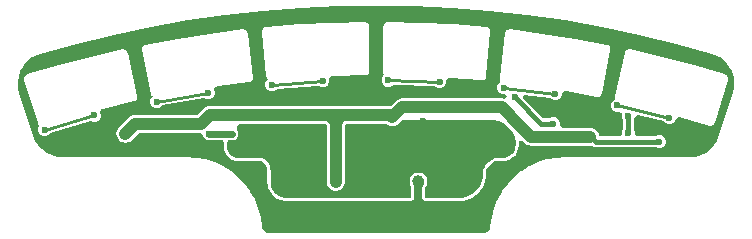
<source format=gbl>
G04*
G04 #@! TF.GenerationSoftware,Altium Limited,Altium Designer,24.9.1 (31)*
G04*
G04 Layer_Physical_Order=2*
G04 Layer_Color=16711680*
%FSLAX44Y44*%
%MOMM*%
G71*
G04*
G04 #@! TF.SameCoordinates,29934F41-26C9-4A55-89A3-94A69A0B1090*
G04*
G04*
G04 #@! TF.FilePolarity,Positive*
G04*
G01*
G75*
%ADD50C,0.2540*%
%ADD51C,0.4000*%
%ADD52C,0.6000*%
%ADD53C,0.6500*%
%ADD54C,0.6000*%
%ADD55C,1.0000*%
%ADD56C,1.0000*%
G36*
X338888Y195886D02*
X370874Y194373D01*
X402796Y191853D01*
X434624Y188329D01*
X466324Y183804D01*
X497866Y178283D01*
X529220Y171771D01*
X560351Y164275D01*
X591104Y155836D01*
X595592Y154082D01*
X599587Y151631D01*
X603084Y148512D01*
X605974Y144823D01*
X608166Y140681D01*
X609590Y136216D01*
X610201Y131570D01*
X609981Y126889D01*
X608900Y122164D01*
X597347Y86572D01*
X595425Y82073D01*
X592821Y78125D01*
X589553Y74706D01*
X585727Y71925D01*
X581466Y69873D01*
X576906Y68614D01*
X572034Y68175D01*
X466870D01*
X466758Y68153D01*
X466645Y68168D01*
X459199Y67705D01*
X458980Y67647D01*
X458754Y67649D01*
X451423Y66264D01*
X451213Y66180D01*
X450988Y66154D01*
X443885Y63871D01*
X443687Y63760D01*
X443467Y63707D01*
X436703Y60560D01*
X436520Y60426D01*
X436309Y60345D01*
X429987Y56383D01*
X429823Y56227D01*
X429622Y56121D01*
X423842Y51405D01*
X423698Y51230D01*
X423512Y51100D01*
X418362Y45703D01*
X418240Y45512D01*
X418072Y45360D01*
X413631Y39365D01*
X413535Y39160D01*
X413387Y38988D01*
X409724Y32489D01*
X409654Y32274D01*
X409529Y32085D01*
X406701Y25181D01*
X406657Y24959D01*
X406557Y24756D01*
X404607Y17554D01*
X404592Y17328D01*
X404517Y17115D01*
X403485Y9783D01*
X403234Y8334D01*
X402818Y7222D01*
X402203Y6205D01*
X401410Y5321D01*
X400467Y4599D01*
X399406Y4064D01*
X398264Y3736D01*
X396912Y3609D01*
X216827Y3609D01*
X215476Y3736D01*
X214334Y4064D01*
X213273Y4598D01*
X212329Y5321D01*
X211536Y6205D01*
X210921Y7222D01*
X210505Y8334D01*
X210255Y9783D01*
X209222Y17115D01*
X209148Y17328D01*
X209132Y17554D01*
X207183Y24756D01*
X207082Y24959D01*
X207039Y25181D01*
X204211Y32085D01*
X204086Y32274D01*
X204015Y32489D01*
X200352Y38988D01*
X200205Y39160D01*
X200108Y39365D01*
X195667Y45360D01*
X195499Y45512D01*
X195378Y45703D01*
X190227Y51100D01*
X190042Y51230D01*
X189898Y51405D01*
X184117Y56121D01*
X183917Y56227D01*
X183752Y56383D01*
X177431Y60345D01*
X177219Y60426D01*
X177036Y60560D01*
X170272Y63707D01*
X170052Y63760D01*
X169854Y63870D01*
X162752Y66154D01*
X162527Y66180D01*
X162317Y66264D01*
X154986Y67649D01*
X154759Y67646D01*
X154540Y67704D01*
X147094Y68168D01*
X146981Y68153D01*
X146870Y68175D01*
X41706Y68175D01*
X36833Y68614D01*
X32274Y69872D01*
X28013Y71925D01*
X24187Y74706D01*
X20919Y78125D01*
X18314Y82073D01*
X16392Y86572D01*
X4839Y122164D01*
X3758Y126889D01*
X3538Y131570D01*
X4150Y136216D01*
X5574Y140681D01*
X7765Y144823D01*
X10655Y148512D01*
X14153Y151631D01*
X18147Y154082D01*
X22635Y155836D01*
X53388Y164274D01*
X84520Y171771D01*
X115872Y178283D01*
X147415Y183804D01*
X179116Y188329D01*
X210944Y191853D01*
X242866Y194373D01*
X274852Y195886D01*
X306870Y196390D01*
X338888Y195886D01*
D02*
G37*
%LPC*%
G36*
X297049Y182561D02*
X297024Y182556D01*
X296999Y182560D01*
X269237Y181902D01*
X269187Y181891D01*
X269136Y181899D01*
X241403Y180469D01*
X241354Y180457D01*
X241303Y180463D01*
X213621Y178263D01*
X213596Y178256D01*
X213571Y178259D01*
X212920Y178065D01*
X212265Y177880D01*
X212245Y177864D01*
X212221Y177857D01*
X211693Y177428D01*
X211160Y177007D01*
X211148Y176985D01*
X211128Y176969D01*
X210804Y176371D01*
X210473Y175778D01*
X210470Y175753D01*
X210458Y175730D01*
X210388Y175055D01*
X210308Y174379D01*
X210315Y174355D01*
X210313Y174329D01*
X213849Y136494D01*
X214043Y135843D01*
X214228Y135189D01*
X214244Y135169D01*
X214251Y135145D01*
X214680Y134616D01*
X215101Y134084D01*
X213997Y132678D01*
X213154Y130642D01*
Y128438D01*
X213997Y126402D01*
X215556Y124843D01*
X217592Y124000D01*
X219796D01*
X221832Y124843D01*
X222710Y125721D01*
X258022Y128464D01*
X258538Y127948D01*
X260575Y127105D01*
X262779D01*
X264815Y127948D01*
X266373Y129507D01*
X267217Y131543D01*
Y133747D01*
X267122Y133976D01*
X268782Y136605D01*
X270886Y136714D01*
X297542Y137346D01*
X298205Y137494D01*
X298870Y137633D01*
X298891Y137647D01*
X298916Y137653D01*
X299472Y138044D01*
X300033Y138427D01*
X300047Y138448D01*
X300068Y138463D01*
X300432Y139036D01*
X300804Y139605D01*
X300809Y139630D01*
X300823Y139652D01*
X300939Y140321D01*
X301066Y140989D01*
X300693Y178987D01*
X300688Y179012D01*
X300693Y179038D01*
X300544Y179701D01*
X300405Y180366D01*
X300391Y180387D01*
X300385Y180412D01*
X299994Y180968D01*
X299611Y181529D01*
X299590Y181543D01*
X299575Y181564D01*
X299000Y181929D01*
X298433Y182300D01*
X298408Y182305D01*
X298386Y182318D01*
X297716Y182435D01*
X297049Y182561D01*
D02*
G37*
G36*
X194033Y176239D02*
X194009Y176232D01*
X193983Y176234D01*
X166436Y172725D01*
X166387Y172709D01*
X166336Y172711D01*
X138897Y168438D01*
X138849Y168421D01*
X138798Y168421D01*
X111489Y163387D01*
X111465Y163378D01*
X111439D01*
X110812Y163118D01*
X110180Y162867D01*
X110162Y162849D01*
X110138Y162839D01*
X109657Y162359D01*
X109170Y161885D01*
X109160Y161862D01*
X109142Y161844D01*
X108882Y161216D01*
X108613Y160592D01*
X108613Y160566D01*
X108603Y160543D01*
X108603Y159864D01*
X108593Y159184D01*
X108603Y159160D01*
Y159134D01*
X116010Y121863D01*
X116269Y121236D01*
X116521Y120604D01*
X116539Y120586D01*
X116548Y120562D01*
X117029Y120082D01*
X117502Y119594D01*
X116461Y118200D01*
X115618Y116164D01*
Y113960D01*
X116461Y111924D01*
X118020Y110365D01*
X120056Y109522D01*
X122260D01*
X124296Y110365D01*
X125827Y111896D01*
X161285Y118154D01*
X161454Y117985D01*
X163490Y117142D01*
X165694D01*
X167730Y117985D01*
X169289Y119544D01*
X170132Y121580D01*
Y123784D01*
X169670Y124900D01*
X170784Y127644D01*
X172722Y127945D01*
X199172Y131314D01*
X199816Y131530D01*
X200463Y131737D01*
X200483Y131753D01*
X200507Y131761D01*
X201020Y132207D01*
X201539Y132646D01*
X201551Y132669D01*
X201570Y132685D01*
X201873Y133294D01*
X202185Y133897D01*
X202187Y133923D01*
X202198Y133946D01*
X202245Y134624D01*
X202302Y135301D01*
X198025Y173059D01*
X198018Y173084D01*
X198019Y173109D01*
X197804Y173754D01*
X197597Y174401D01*
X197581Y174420D01*
X197572Y174445D01*
X197126Y174958D01*
X196688Y175476D01*
X196665Y175488D01*
X196648Y175507D01*
X196040Y175810D01*
X195436Y176122D01*
X195411Y176124D01*
X195388Y176136D01*
X194711Y176183D01*
X194033Y176239D01*
D02*
G37*
G36*
X316691Y182561D02*
X316023Y182435D01*
X315354Y182318D01*
X315332Y182305D01*
X315307Y182300D01*
X314737Y181928D01*
X314164Y181564D01*
X314150Y181543D01*
X314128Y181529D01*
X313745Y180967D01*
X313354Y180412D01*
X313349Y180387D01*
X313335Y180366D01*
X313195Y179701D01*
X313047Y179038D01*
X313051Y179012D01*
X313046Y178987D01*
X312674Y140989D01*
X312800Y140321D01*
X312917Y139652D01*
X312931Y139628D01*
X312935Y139605D01*
X313637Y138414D01*
X312295Y136488D01*
X311452Y134452D01*
Y132248D01*
X312295Y130212D01*
X313854Y128653D01*
X315890Y127810D01*
X318094D01*
X320130Y128653D01*
X320807Y129330D01*
X356590Y128082D01*
X357542Y127129D01*
X359578Y126286D01*
X361782D01*
X363818Y127129D01*
X365377Y128688D01*
X366220Y130724D01*
Y132928D01*
X366204Y132967D01*
X367937Y135421D01*
X369431Y135344D01*
X396011Y133232D01*
X396685Y133311D01*
X397362Y133381D01*
X397384Y133394D01*
X397410Y133397D01*
X398002Y133728D01*
X398601Y134051D01*
X398617Y134071D01*
X398639Y134084D01*
X399060Y134617D01*
X399488Y135145D01*
X399496Y135169D01*
X399511Y135189D01*
X399697Y135843D01*
X399891Y136494D01*
X403427Y174329D01*
X403424Y174355D01*
X403431Y174379D01*
X403352Y175054D01*
X403282Y175730D01*
X403270Y175753D01*
X403266Y175778D01*
X402935Y176370D01*
X402612Y176969D01*
X402592Y176985D01*
X402579Y177007D01*
X402047Y177428D01*
X401519Y177857D01*
X401494Y177864D01*
X401474Y177880D01*
X400821Y178065D01*
X400169Y178259D01*
X400143Y178256D01*
X400119Y178263D01*
X372436Y180463D01*
X372386Y180457D01*
X372336Y180469D01*
X344603Y181899D01*
X344553Y181891D01*
X344503Y181902D01*
X316741Y182560D01*
X316716Y182556D01*
X316691Y182561D01*
D02*
G37*
G36*
X419707Y176240D02*
X419029Y176183D01*
X418352Y176136D01*
X418329Y176124D01*
X418303Y176122D01*
X417700Y175811D01*
X417091Y175507D01*
X417074Y175488D01*
X417052Y175476D01*
X416613Y174958D01*
X416167Y174445D01*
X416159Y174420D01*
X416143Y174401D01*
X415936Y173753D01*
X415720Y173109D01*
X415722Y173084D01*
X415714Y173059D01*
X411437Y135301D01*
X411494Y134623D01*
X411541Y133946D01*
X411631Y131982D01*
X410839Y130948D01*
X410611Y130664D01*
X410085Y130138D01*
X409242Y128102D01*
Y125898D01*
X410085Y123862D01*
X411644Y122303D01*
X413680Y121460D01*
X415650D01*
X416307Y121001D01*
X417719Y119471D01*
X417652Y119074D01*
X415226Y117582D01*
X413258Y117841D01*
X328930D01*
X326962Y117582D01*
X325127Y116822D01*
X323552Y115614D01*
X319519Y111580D01*
X318262Y111745D01*
X166404D01*
X164435Y111486D01*
X163361Y111041D01*
X162601Y110726D01*
X161026Y109518D01*
X155463Y103955D01*
X102954D01*
X100985Y103696D01*
X99151Y102936D01*
X97576Y101727D01*
X89110Y93262D01*
X87902Y91686D01*
X87142Y89852D01*
X86883Y87884D01*
X87142Y85916D01*
X87902Y84081D01*
X89110Y82506D01*
X90686Y81298D01*
X92520Y80538D01*
X94488Y80279D01*
X96456Y80538D01*
X98291Y81298D01*
X99866Y82506D01*
X106104Y88745D01*
X157637D01*
X158824Y88322D01*
X160164Y86782D01*
X160377Y86268D01*
X160485Y85722D01*
X160795Y85260D01*
X161007Y84746D01*
X161401Y84353D01*
X161710Y83890D01*
X162173Y83581D01*
X162566Y83187D01*
X163080Y82975D01*
X163542Y82665D01*
X164088Y82557D01*
X164602Y82344D01*
X165158D01*
X165704Y82235D01*
X176750D01*
X178419Y80321D01*
X178153Y78401D01*
X178169Y78146D01*
X178134Y77894D01*
X178263Y75713D01*
X178272Y75676D01*
X178268Y75639D01*
X178347Y74742D01*
X178419Y74497D01*
X178441Y74243D01*
X178946Y72515D01*
X179064Y72289D01*
X179135Y72044D01*
X179967Y70448D01*
X180127Y70249D01*
X180245Y70023D01*
X181373Y68619D01*
X181568Y68456D01*
X181728Y68257D01*
X183108Y67100D01*
X183332Y66978D01*
X183527Y66814D01*
X185106Y65949D01*
X185349Y65873D01*
X185573Y65750D01*
X187290Y65210D01*
X187544Y65182D01*
X187787Y65105D01*
X189577Y64910D01*
X189831Y64933D01*
X190084Y64905D01*
X190868Y64974D01*
X207200Y64974D01*
X207942Y64938D01*
X209458Y64636D01*
X210827Y64069D01*
X212059Y63246D01*
X213106Y62199D01*
X213929Y60967D01*
X214496Y59598D01*
X214798Y58082D01*
X214834Y57340D01*
Y47244D01*
X214834Y47244D01*
Y45893D01*
X214884Y45643D01*
Y45388D01*
X215411Y42738D01*
X215509Y42502D01*
X215558Y42252D01*
X216592Y39756D01*
X216734Y39544D01*
X216832Y39308D01*
X218333Y37062D01*
X218513Y36881D01*
X218655Y36669D01*
X220565Y34759D01*
X220777Y34617D01*
X220958Y34437D01*
X223204Y32936D01*
X223440Y32838D01*
X223652Y32696D01*
X226148Y31662D01*
X226398Y31613D01*
X226634Y31515D01*
X229284Y30988D01*
X229539D01*
X229789Y30938D01*
X239268D01*
X239579Y31000D01*
X239896Y31016D01*
X240603Y31192D01*
X336753D01*
X337744Y31389D01*
X338585Y31951D01*
X339146Y32791D01*
X339343Y33782D01*
Y42749D01*
X339146Y43740D01*
X338876Y44144D01*
X338866Y44174D01*
X338044Y45598D01*
X337707Y46857D01*
Y48161D01*
X338044Y49420D01*
X338696Y50548D01*
X339617Y51470D01*
X340746Y52122D01*
X342005Y52459D01*
X343309D01*
X344568Y52122D01*
X345696Y51470D01*
X346618Y50548D01*
X347270Y49420D01*
X347607Y48161D01*
Y46857D01*
X347270Y45598D01*
X346448Y44174D01*
X346437Y44144D01*
X346168Y43740D01*
X345970Y42749D01*
Y33782D01*
X346168Y32791D01*
X346729Y31951D01*
X347569Y31389D01*
X348560Y31192D01*
X379370D01*
X379620Y31242D01*
X379875D01*
X383654Y31994D01*
X383890Y32091D01*
X384140Y32141D01*
X387699Y33615D01*
X387911Y33757D01*
X388147Y33855D01*
X391350Y35995D01*
X391531Y36175D01*
X391743Y36317D01*
X394467Y39041D01*
X394609Y39253D01*
X394789Y39434D01*
X396929Y42637D01*
X397027Y42873D01*
X397169Y43085D01*
X398643Y46644D01*
X398693Y46894D01*
X398790Y47130D01*
X399542Y50908D01*
Y51164D01*
X399592Y51414D01*
Y53277D01*
X399648Y54416D01*
X400105Y56714D01*
X400977Y58818D01*
X402242Y60713D01*
X403853Y62324D01*
X405747Y63589D01*
X407852Y64461D01*
X410150Y64918D01*
X411289Y64974D01*
X414528D01*
X414592Y64987D01*
X414657Y64977D01*
X415744Y65032D01*
X415992Y65094D01*
X416247Y65106D01*
X418359Y65637D01*
X418590Y65746D01*
X418837Y65808D01*
X420805Y66741D01*
X421010Y66893D01*
X421241Y67002D01*
X422938Y68263D01*
X424016Y68709D01*
X425575Y70268D01*
X426418Y72304D01*
Y72916D01*
X426464Y72993D01*
X427196Y75045D01*
X427234Y75297D01*
X427319Y75537D01*
X427637Y77692D01*
X427625Y77947D01*
X427662Y78199D01*
X427611Y79222D01*
X427611Y81143D01*
X427561Y81393D01*
Y81586D01*
X427699Y81717D01*
X429917Y82821D01*
X432772Y79966D01*
X434347Y78758D01*
X436182Y77998D01*
X438150Y77739D01*
X487934D01*
X489348Y77925D01*
X489554Y77719D01*
X489554Y77719D01*
X491056Y76715D01*
X492827Y76363D01*
X492827Y76363D01*
X543436D01*
X543470Y76329D01*
X545506Y75486D01*
X547710D01*
X549746Y76329D01*
X551305Y77888D01*
X552148Y79924D01*
Y82128D01*
X551305Y84164D01*
X549746Y85723D01*
X547710Y86566D01*
X545506D01*
X543470Y85723D01*
X543368Y85621D01*
X527131D01*
X525922Y87430D01*
Y89634D01*
X525079Y91670D01*
X524907Y91842D01*
Y99742D01*
X525713Y101689D01*
Y101842D01*
X528253Y103840D01*
X550164Y98520D01*
X550293Y98208D01*
X551852Y96649D01*
X553888Y95806D01*
X556092D01*
X558128Y96649D01*
X559687Y98208D01*
X560530Y100244D01*
Y100510D01*
X563061Y102470D01*
X563501Y102354D01*
X589090Y94849D01*
X589766Y94789D01*
X590443Y94719D01*
X590468Y94726D01*
X590493Y94724D01*
X591141Y94927D01*
X591793Y95122D01*
X591812Y95138D01*
X591837Y95146D01*
X592358Y95582D01*
X592885Y96010D01*
X592897Y96032D01*
X592917Y96049D01*
X593232Y96651D01*
X593555Y97249D01*
X604755Y133561D01*
X604757Y133586D01*
X604769Y133609D01*
X604829Y134285D01*
X604899Y134962D01*
X604892Y134986D01*
X604894Y135012D01*
X604691Y135660D01*
X604497Y136311D01*
X604481Y136331D01*
X604473Y136356D01*
X604037Y136877D01*
X603609Y137404D01*
X603586Y137416D01*
X603570Y137436D01*
X602968Y137750D01*
X602370Y138074D01*
X602344Y138076D01*
X602322Y138088D01*
X575671Y145904D01*
X575620Y145909D01*
X575574Y145931D01*
X548716Y153003D01*
X548665Y153006D01*
X548619Y153027D01*
X521575Y159350D01*
X521549Y159351D01*
X521526Y159361D01*
X520847Y159374D01*
X520167Y159397D01*
X520144Y159388D01*
X520118Y159389D01*
X519484Y159140D01*
X518849Y158902D01*
X518830Y158884D01*
X518807Y158875D01*
X518316Y158403D01*
X517821Y157940D01*
X517810Y157916D01*
X517792Y157899D01*
X517519Y157276D01*
X517239Y156657D01*
X517238Y156632D01*
X517228Y156608D01*
X509092Y119489D01*
X509079Y118810D01*
X509056Y118131D01*
X509065Y118107D01*
X509064Y118081D01*
X509313Y117448D01*
X509363Y117313D01*
X507910Y116711D01*
X506351Y115152D01*
X505508Y113116D01*
Y110912D01*
X506351Y108876D01*
X507910Y107317D01*
X509946Y106474D01*
X512150D01*
X512405Y106580D01*
X514691Y105128D01*
X514874Y104474D01*
X514633Y103893D01*
Y101689D01*
X515476Y99653D01*
X515649Y99480D01*
Y91581D01*
X514842Y89634D01*
Y87430D01*
X513633Y85621D01*
X495503D01*
X495280Y87312D01*
X494520Y89146D01*
X493312Y90722D01*
X491736Y91930D01*
X489902Y92690D01*
X487934Y92949D01*
X464318D01*
X462486Y95164D01*
Y97368D01*
X461643Y99404D01*
X460084Y100963D01*
X458048Y101806D01*
X455844D01*
X453808Y100963D01*
X453740Y100895D01*
X448449D01*
X430769Y118576D01*
X431945Y120991D01*
X454003Y118298D01*
X455332Y116969D01*
X457368Y116126D01*
X459572D01*
X461608Y116969D01*
X463167Y118528D01*
X464010Y120564D01*
Y121794D01*
X466018Y124052D01*
X467314Y123850D01*
X493535Y119017D01*
X494215Y119027D01*
X494894Y119027D01*
X494918Y119037D01*
X494944Y119037D01*
X495567Y119306D01*
X496195Y119566D01*
X496213Y119584D01*
X496237Y119594D01*
X496710Y120081D01*
X497191Y120562D01*
X497201Y120586D01*
X497219Y120604D01*
X497470Y121235D01*
X497730Y121863D01*
X505137Y159134D01*
Y159160D01*
X505146Y159184D01*
X505137Y159863D01*
X505137Y160543D01*
X505127Y160566D01*
X505126Y160592D01*
X504857Y161216D01*
X504597Y161844D01*
X504579Y161862D01*
X504569Y161885D01*
X504082Y162359D01*
X503601Y162839D01*
X503578Y162849D01*
X503559Y162867D01*
X502928Y163118D01*
X502300Y163378D01*
X502275D01*
X502251Y163388D01*
X474941Y168421D01*
X474890Y168421D01*
X474842Y168438D01*
X447403Y172711D01*
X447352Y172709D01*
X447304Y172725D01*
X419757Y176234D01*
X419731Y176232D01*
X419707Y176240D01*
D02*
G37*
G36*
X93572Y159397D02*
X92893Y159374D01*
X92213Y159361D01*
X92190Y159351D01*
X92165Y159350D01*
X65121Y153027D01*
X65074Y153006D01*
X65023Y153003D01*
X38165Y145931D01*
X38120Y145909D01*
X38069Y145904D01*
X11418Y138088D01*
X11395Y138076D01*
X11370Y138074D01*
X10773Y137751D01*
X10170Y137436D01*
X10153Y137416D01*
X10131Y137404D01*
X9703Y136877D01*
X9266Y136355D01*
X9259Y136331D01*
X9243Y136311D01*
X9048Y135660D01*
X8845Y135012D01*
X8848Y134986D01*
X8840Y134962D01*
X8910Y134285D01*
X8970Y133609D01*
X8982Y133586D01*
X8985Y133561D01*
X20185Y97249D01*
X20508Y96651D01*
X20822Y96049D01*
X21465Y94578D01*
X20622Y92542D01*
Y90338D01*
X21465Y88302D01*
X23024Y86743D01*
X25060Y85900D01*
X27264D01*
X29300Y86743D01*
X30859Y88302D01*
X31064Y88797D01*
X65272Y98541D01*
X66970Y97838D01*
X69174D01*
X71210Y98681D01*
X72769Y100240D01*
X73612Y102276D01*
Y104480D01*
X73088Y105744D01*
X73994Y108609D01*
X75977Y109131D01*
X101944Y115202D01*
X102563Y115483D01*
X103185Y115755D01*
X103203Y115773D01*
X103226Y115784D01*
X103690Y116280D01*
X104161Y116770D01*
X104171Y116794D01*
X104188Y116812D01*
X104427Y117448D01*
X104675Y118081D01*
X104674Y118107D01*
X104683Y118131D01*
X104661Y118809D01*
X104648Y119489D01*
X96512Y156608D01*
X96502Y156631D01*
X96501Y156657D01*
X96220Y157277D01*
X95948Y157899D01*
X95929Y157916D01*
X95919Y157940D01*
X95423Y158403D01*
X94933Y158875D01*
X94909Y158884D01*
X94890Y158902D01*
X94255Y159140D01*
X93622Y159388D01*
X93596Y159388D01*
X93572Y159397D01*
D02*
G37*
%LPD*%
G36*
X410744Y98539D02*
X414412Y97020D01*
X417714Y94814D01*
X420521Y92007D01*
X422727Y88705D01*
X424246Y85037D01*
X425021Y81143D01*
X425021Y79158D01*
X425075Y78070D01*
X424757Y75915D01*
X424025Y73864D01*
X422907Y71995D01*
X421445Y70380D01*
X419697Y69081D01*
X417728Y68149D01*
X415616Y67618D01*
X414528Y67564D01*
X411226D01*
X409832Y67495D01*
X407097Y66951D01*
X404521Y65884D01*
X402202Y64335D01*
X400231Y62364D01*
X398681Y60045D01*
X397615Y57469D01*
X397071Y54734D01*
X397002Y53340D01*
Y51414D01*
X396250Y47635D01*
X394776Y44076D01*
X392636Y40873D01*
X389911Y38148D01*
X386708Y36008D01*
X383149Y34534D01*
X379370Y33782D01*
X348560D01*
Y42749D01*
X348690Y42879D01*
X349683Y44598D01*
X350197Y46516D01*
Y48502D01*
X349683Y50419D01*
X348690Y52139D01*
X347286Y53542D01*
X345567Y54535D01*
X343649Y55049D01*
X341664D01*
X339747Y54535D01*
X338027Y53542D01*
X336623Y52139D01*
X335631Y50419D01*
X335117Y48502D01*
Y46516D01*
X335631Y44598D01*
X336623Y42879D01*
X336753Y42749D01*
Y33782D01*
X240284D01*
X239268Y33528D01*
X229789D01*
X227139Y34055D01*
X224643Y35089D01*
X222397Y36590D01*
X220486Y38500D01*
X218985Y40747D01*
X217951Y43243D01*
X217424Y45893D01*
Y47244D01*
X217424Y47244D01*
Y57404D01*
X217375Y58400D01*
X216987Y60353D01*
X216224Y62193D01*
X215118Y63849D01*
X213709Y65258D01*
X212053Y66364D01*
X210213Y67126D01*
X208260Y67515D01*
X207264Y67564D01*
X190754Y67564D01*
X189857Y67485D01*
X188068Y67680D01*
X186350Y68220D01*
X184771Y69085D01*
X183392Y70242D01*
X182264Y71645D01*
X181432Y73241D01*
X180927Y74969D01*
X180848Y75866D01*
X180719Y78046D01*
X181297Y82235D01*
X184658D01*
X185204Y82344D01*
X185760D01*
X186274Y82557D01*
X186820Y82665D01*
X187282Y82975D01*
X187796Y83187D01*
X188190Y83581D01*
X188652Y83890D01*
X188961Y84353D01*
X189355Y84746D01*
X189568Y85260D01*
X189877Y85722D01*
X189985Y86268D01*
X190198Y86782D01*
Y87338D01*
X190306Y87884D01*
X190198Y88430D01*
Y88986D01*
X189985Y89500D01*
X189877Y90046D01*
X189568Y90508D01*
X189355Y91022D01*
X188961Y91416D01*
X188652Y91878D01*
X188957Y94001D01*
X189187Y94544D01*
X191339Y96174D01*
X192083Y96535D01*
X263512D01*
X263963Y96348D01*
X264496Y95815D01*
X264834Y94998D01*
X264872Y94615D01*
Y93625D01*
X264937Y93300D01*
Y47244D01*
X265002Y46750D01*
Y46251D01*
X265131Y45770D01*
X265196Y45276D01*
X265387Y44815D01*
X265516Y44334D01*
X265765Y43902D01*
X265956Y43442D01*
X266259Y43046D01*
X266509Y42614D01*
X266861Y42262D01*
X267164Y41866D01*
X267560Y41563D01*
X267912Y41210D01*
X268344Y40961D01*
X268739Y40658D01*
X269200Y40467D01*
X269632Y40218D01*
X270113Y40089D01*
X270574Y39898D01*
X271068Y39833D01*
X271549Y39704D01*
X272048D01*
X272542Y39639D01*
X273036Y39704D01*
X273535D01*
X274016Y39833D01*
X274510Y39898D01*
X274971Y40089D01*
X275452Y40218D01*
X275884Y40467D01*
X276345Y40658D01*
X276740Y40961D01*
X277172Y41210D01*
X277524Y41563D01*
X277920Y41866D01*
X278223Y42262D01*
X278575Y42614D01*
X278825Y43046D01*
X279128Y43442D01*
X279319Y43902D01*
X279568Y44334D01*
X279697Y44815D01*
X279888Y45276D01*
X279953Y45770D01*
X280082Y46251D01*
Y46750D01*
X280147Y47244D01*
Y92893D01*
X280212Y93218D01*
Y94107D01*
X280259Y94589D01*
X280674Y95589D01*
X281347Y96262D01*
X282005Y96535D01*
X315112D01*
X315170Y96476D01*
X316745Y95268D01*
X318580Y94508D01*
X320548Y94249D01*
X322516Y94508D01*
X324351Y95268D01*
X325926Y96476D01*
X328763Y99314D01*
X404865Y99314D01*
X406850Y99314D01*
X410744Y98539D01*
D02*
G37*
G36*
X281711Y99216D02*
X279880Y98458D01*
X278478Y97056D01*
X277720Y95225D01*
X277622Y94234D01*
Y93218D01*
X267869D01*
X267682Y93295D01*
X267539Y93438D01*
X267462Y93625D01*
Y93726D01*
Y94742D01*
X267374Y95634D01*
X266691Y97282D01*
X265430Y98544D01*
X263782Y99226D01*
X262890Y99314D01*
X282702D01*
X281711Y99216D01*
D02*
G37*
D50*
X121190Y115062D02*
G03*
X121631Y115101I0J2540D01*
G01*
X511048Y112014D02*
X554990Y101346D01*
X121631Y115101D02*
X164592Y122682D01*
X121158Y115062D02*
X121190D01*
X316992Y133350D02*
X360680Y131826D01*
X414782Y127000D02*
X458470Y121666D01*
X218440Y129286D02*
X261677Y132645D01*
X26162Y91440D02*
X68072Y103378D01*
D51*
X446532Y96266D02*
X456946D01*
X424180Y118618D02*
X446532Y96266D01*
X520277Y88637D02*
Y102686D01*
Y88637D02*
X520382Y88532D01*
X520173Y102791D02*
X520277Y102686D01*
X488475Y85344D02*
X492827Y80992D01*
X546574D01*
X546608Y81026D01*
X487934Y85344D02*
X488475D01*
D52*
X165704Y87884D02*
X184658D01*
D53*
X342657Y18277D02*
G03*
X344424Y16510I1767J0D01*
G01*
X395501D01*
X342657Y18277D02*
Y47509D01*
D54*
X424180Y118618D02*
D03*
X520173Y102791D02*
D03*
X520382Y88532D02*
D03*
X165704Y87884D02*
D03*
X158680Y96350D02*
D03*
X121158Y115062D02*
D03*
X94488Y87884D02*
D03*
X316992Y133350D02*
D03*
X320548Y101854D02*
D03*
X184658Y87884D02*
D03*
X570738Y151130D02*
D03*
X469646Y172974D02*
D03*
X366776Y184658D02*
D03*
X262636Y185166D02*
D03*
X159512Y176022D02*
D03*
X57912Y155448D02*
D03*
X546608Y81026D02*
D03*
X185674Y73406D02*
D03*
X420878D02*
D03*
X511048Y112014D02*
D03*
X554990Y101346D02*
D03*
X456946Y96266D02*
D03*
X414782Y127000D02*
D03*
X487934Y85344D02*
D03*
X346710Y98806D02*
D03*
X272542D02*
D03*
X261677Y132645D02*
D03*
X216154Y81534D02*
D03*
X242316D02*
D03*
X356870Y66294D02*
D03*
X398780Y81280D02*
D03*
X372872Y81534D02*
D03*
X294132Y88646D02*
D03*
X458470Y121666D02*
D03*
X360680Y131826D02*
D03*
X218694Y129540D02*
D03*
X164592Y122682D02*
D03*
X26162Y91440D02*
D03*
X68072Y103378D02*
D03*
D55*
X272542Y47244D02*
D03*
X342657Y47509D02*
D03*
X429514Y93980D02*
D03*
X239153Y43028D02*
D03*
X376161D02*
D03*
D56*
X429514Y93980D02*
X438150Y85344D01*
X320548Y101854D02*
X328930Y110236D01*
X413258D02*
X429514Y93980D01*
X328930Y110236D02*
X413258D01*
X158530Y96266D02*
X166404Y104140D01*
X94488Y87884D02*
X102954Y96350D01*
X158680D01*
X166404Y104140D02*
X318262D01*
X320548Y101854D01*
X438150Y85344D02*
X487934D01*
X272542Y47244D02*
Y98806D01*
M02*

</source>
